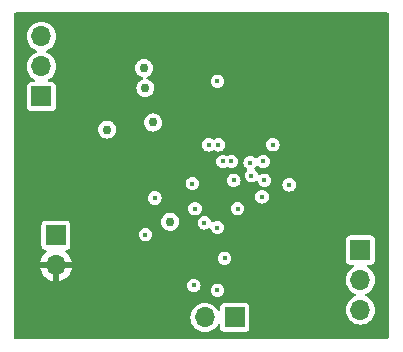
<source format=gbr>
%TF.GenerationSoftware,KiCad,Pcbnew,(6.0.8)*%
%TF.CreationDate,2023-01-31T16:58:12-08:00*%
%TF.ProjectId,Microwave Sensor v2,4d696372-6f77-4617-9665-2053656e736f,rev?*%
%TF.SameCoordinates,Original*%
%TF.FileFunction,Copper,L2,Inr*%
%TF.FilePolarity,Positive*%
%FSLAX46Y46*%
G04 Gerber Fmt 4.6, Leading zero omitted, Abs format (unit mm)*
G04 Created by KiCad (PCBNEW (6.0.8)) date 2023-01-31 16:58:12*
%MOMM*%
%LPD*%
G01*
G04 APERTURE LIST*
%TA.AperFunction,ComponentPad*%
%ADD10R,1.700000X1.700000*%
%TD*%
%TA.AperFunction,ComponentPad*%
%ADD11O,1.700000X1.700000*%
%TD*%
%TA.AperFunction,ViaPad*%
%ADD12C,0.381000*%
%TD*%
%TA.AperFunction,ViaPad*%
%ADD13C,0.762000*%
%TD*%
G04 APERTURE END LIST*
D10*
%TO.N,Net-(J4-Pad1)*%
%TO.C,J4*%
X140475000Y-105700000D03*
D11*
%TO.N,Net-(J4-Pad2)*%
X137935000Y-105700000D03*
%TD*%
D10*
%TO.N,Net-(IC2-Pad5)*%
%TO.C,J2*%
X124100000Y-87000000D03*
D11*
%TO.N,Net-(IC2-Pad6)*%
X124100000Y-84460000D03*
%TO.N,Net-(IC2-Pad7)*%
X124100000Y-81920000D03*
%TD*%
D10*
%TO.N,Net-(J3-Pad1)*%
%TO.C,J3*%
X151100000Y-100000000D03*
D11*
%TO.N,Net-(J3-Pad2)*%
X151100000Y-102540000D03*
%TO.N,Net-(J3-Pad3)*%
X151100000Y-105080000D03*
%TD*%
D10*
%TO.N,Net-(FB1-Pad1)*%
%TO.C,J1*%
X125325000Y-98750000D03*
D11*
%TO.N,GND*%
X125325000Y-101290000D03*
%TD*%
D12*
%TO.N,*%
X132900000Y-98700000D03*
%TO.N,GND*%
X137200000Y-93000000D03*
X139600000Y-81683750D03*
X144976859Y-92975000D03*
X137300000Y-91200000D03*
X143975000Y-95500000D03*
X135300000Y-89200000D03*
X145376859Y-93575000D03*
X142975000Y-104100000D03*
X142300000Y-96800000D03*
X133900000Y-99900000D03*
X148575000Y-98900000D03*
X132600000Y-101300000D03*
D13*
X135262000Y-82200000D03*
D12*
X139500000Y-97300000D03*
X137476859Y-95375000D03*
X129800000Y-94500000D03*
X132800000Y-99700000D03*
D13*
X129362000Y-82200000D03*
D12*
X145875000Y-100300000D03*
X147776859Y-95575000D03*
X141200000Y-95500000D03*
X141800000Y-87700000D03*
D13*
X135600000Y-93000000D03*
D12*
X137100000Y-93500000D03*
X144876859Y-91175000D03*
X144876859Y-95375000D03*
X146100000Y-88100000D03*
D13*
X131300000Y-92700000D03*
X135500000Y-101600000D03*
D12*
X132876859Y-94375000D03*
X143200000Y-86100000D03*
X139375000Y-93500000D03*
X145076859Y-92175000D03*
X131200000Y-94500000D03*
D13*
%TO.N,/VinF*%
X129662000Y-89800000D03*
D12*
%TO.N,/Vdd*%
X133700000Y-95600000D03*
X143676859Y-91075000D03*
X142975000Y-94100000D03*
X136876859Y-94375000D03*
X139000000Y-98100000D03*
X139000000Y-103400000D03*
X145076859Y-94475000D03*
D13*
X133562000Y-89200000D03*
D12*
X140375000Y-94100000D03*
D13*
X135000000Y-97600000D03*
D12*
%TO.N,Net-(C12-Pad1)*%
X141775000Y-92600000D03*
%TO.N,/IFQAI*%
X142875000Y-92500000D03*
D13*
%TO.N,Net-(IC2-Pad12)*%
X132800000Y-84600000D03*
D12*
X139075000Y-91100000D03*
%TO.N,Net-(J3-Pad1)*%
X142775000Y-95500000D03*
%TO.N,Net-(IC2-Pad11)*%
X139475000Y-92500000D03*
X139000000Y-85700000D03*
%TO.N,Net-(IC2-Pad10)*%
X140175000Y-92500000D03*
%TO.N,Net-(J3-Pad2)*%
X141875000Y-93700000D03*
%TO.N,Net-(J3-Pad3)*%
X140700000Y-96500000D03*
%TO.N,Net-(J4-Pad2)*%
X137900000Y-97700000D03*
%TO.N,Net-(R9-Pad2)*%
X137100000Y-96500000D03*
X137000000Y-103000000D03*
%TO.N,Net-(R10-Pad1)*%
X139600000Y-100700000D03*
%TO.N,Net-(TP4-Pad1)*%
X138275000Y-91100000D03*
D13*
X132900000Y-86300000D03*
%TD*%
%TA.AperFunction,Conductor*%
%TO.N,GND*%
G36*
X153440621Y-79901502D02*
G01*
X153487114Y-79955158D01*
X153498500Y-80007500D01*
X153498500Y-107416500D01*
X153478498Y-107484621D01*
X153424842Y-107531114D01*
X153372500Y-107542500D01*
X121907500Y-107542500D01*
X121839379Y-107522498D01*
X121792886Y-107468842D01*
X121781500Y-107416500D01*
X121781500Y-105700000D01*
X136698796Y-105700000D01*
X136717577Y-105914665D01*
X136773348Y-106122807D01*
X136775670Y-106127787D01*
X136775671Y-106127789D01*
X136862090Y-106313115D01*
X136862093Y-106313120D01*
X136864416Y-106318102D01*
X136867570Y-106322606D01*
X136867573Y-106322611D01*
X136904466Y-106375299D01*
X136988013Y-106494617D01*
X137140383Y-106646987D01*
X137144891Y-106650144D01*
X137144894Y-106650146D01*
X137310070Y-106765803D01*
X137316898Y-106770584D01*
X137321880Y-106772907D01*
X137321885Y-106772910D01*
X137503336Y-106857522D01*
X137512193Y-106861652D01*
X137517501Y-106863074D01*
X137517503Y-106863075D01*
X137715020Y-106915999D01*
X137715022Y-106915999D01*
X137720335Y-106917423D01*
X137935000Y-106936204D01*
X138149665Y-106917423D01*
X138154978Y-106915999D01*
X138154980Y-106915999D01*
X138352497Y-106863075D01*
X138352499Y-106863074D01*
X138357807Y-106861652D01*
X138366664Y-106857522D01*
X138548115Y-106772910D01*
X138548120Y-106772907D01*
X138553102Y-106770584D01*
X138559930Y-106765803D01*
X138725106Y-106650146D01*
X138725109Y-106650144D01*
X138729617Y-106646987D01*
X138881987Y-106494617D01*
X139005584Y-106318102D01*
X139007908Y-106313118D01*
X139008381Y-106312299D01*
X139059764Y-106263306D01*
X139129477Y-106249870D01*
X139195388Y-106276256D01*
X139236570Y-106334089D01*
X139243500Y-106375299D01*
X139243500Y-106586158D01*
X139244170Y-106590706D01*
X139244170Y-106590713D01*
X139253112Y-106651459D01*
X139254538Y-106661144D01*
X139310513Y-106775151D01*
X139400399Y-106864880D01*
X139514503Y-106920655D01*
X139547284Y-106925437D01*
X139584316Y-106930840D01*
X139584320Y-106930840D01*
X139588842Y-106931500D01*
X141361158Y-106931500D01*
X141365706Y-106930830D01*
X141365713Y-106930830D01*
X141426459Y-106921888D01*
X141426461Y-106921887D01*
X141436144Y-106920462D01*
X141445234Y-106915999D01*
X141540803Y-106869077D01*
X141540804Y-106869076D01*
X141550151Y-106864487D01*
X141639880Y-106774601D01*
X141695655Y-106660497D01*
X141700437Y-106627716D01*
X141705840Y-106590684D01*
X141705840Y-106590680D01*
X141706500Y-106586158D01*
X141706500Y-105080000D01*
X149863796Y-105080000D01*
X149882577Y-105294665D01*
X149938348Y-105502807D01*
X149940670Y-105507787D01*
X149940671Y-105507789D01*
X150027090Y-105693115D01*
X150027093Y-105693120D01*
X150029416Y-105698102D01*
X150032572Y-105702609D01*
X150032573Y-105702611D01*
X150034579Y-105705475D01*
X150153013Y-105874617D01*
X150305383Y-106026987D01*
X150309891Y-106030144D01*
X150309894Y-106030146D01*
X150442228Y-106122807D01*
X150481898Y-106150584D01*
X150486880Y-106152907D01*
X150486885Y-106152910D01*
X150672211Y-106239329D01*
X150677193Y-106241652D01*
X150682501Y-106243074D01*
X150682503Y-106243075D01*
X150880020Y-106295999D01*
X150880022Y-106295999D01*
X150885335Y-106297423D01*
X151100000Y-106316204D01*
X151314665Y-106297423D01*
X151319978Y-106295999D01*
X151319980Y-106295999D01*
X151517497Y-106243075D01*
X151517499Y-106243074D01*
X151522807Y-106241652D01*
X151527789Y-106239329D01*
X151713115Y-106152910D01*
X151713120Y-106152907D01*
X151718102Y-106150584D01*
X151757772Y-106122807D01*
X151890106Y-106030146D01*
X151890109Y-106030144D01*
X151894617Y-106026987D01*
X152046987Y-105874617D01*
X152165422Y-105705475D01*
X152167427Y-105702611D01*
X152167428Y-105702609D01*
X152170584Y-105698102D01*
X152172907Y-105693120D01*
X152172910Y-105693115D01*
X152259329Y-105507789D01*
X152259330Y-105507787D01*
X152261652Y-105502807D01*
X152317423Y-105294665D01*
X152336204Y-105080000D01*
X152317423Y-104865335D01*
X152286480Y-104749854D01*
X152263075Y-104662503D01*
X152263074Y-104662501D01*
X152261652Y-104657193D01*
X152259329Y-104652211D01*
X152172910Y-104466885D01*
X152172907Y-104466880D01*
X152170584Y-104461898D01*
X152046987Y-104285383D01*
X151894617Y-104133013D01*
X151890109Y-104129856D01*
X151890106Y-104129854D01*
X151722611Y-104012573D01*
X151722609Y-104012572D01*
X151718102Y-104009416D01*
X151713120Y-104007093D01*
X151713115Y-104007090D01*
X151535346Y-103924195D01*
X151482061Y-103877277D01*
X151462600Y-103809000D01*
X151483142Y-103741040D01*
X151535346Y-103695805D01*
X151713115Y-103612910D01*
X151713120Y-103612907D01*
X151718102Y-103610584D01*
X151722611Y-103607427D01*
X151890106Y-103490146D01*
X151890109Y-103490144D01*
X151894617Y-103486987D01*
X152046987Y-103334617D01*
X152074713Y-103295021D01*
X152167427Y-103162611D01*
X152167428Y-103162609D01*
X152170584Y-103158102D01*
X152172907Y-103153120D01*
X152172910Y-103153115D01*
X152259329Y-102967789D01*
X152259330Y-102967787D01*
X152261652Y-102962807D01*
X152279232Y-102897199D01*
X152315999Y-102759980D01*
X152315999Y-102759978D01*
X152317423Y-102754665D01*
X152336204Y-102540000D01*
X152317423Y-102325335D01*
X152301761Y-102266883D01*
X152263075Y-102122503D01*
X152263074Y-102122501D01*
X152261652Y-102117193D01*
X152201027Y-101987183D01*
X152172910Y-101926885D01*
X152172907Y-101926880D01*
X152170584Y-101921898D01*
X152167427Y-101917389D01*
X152050146Y-101749894D01*
X152050144Y-101749891D01*
X152046987Y-101745383D01*
X151894617Y-101593013D01*
X151890109Y-101589856D01*
X151890106Y-101589854D01*
X151722606Y-101472570D01*
X151718102Y-101469416D01*
X151713118Y-101467092D01*
X151712299Y-101466619D01*
X151663306Y-101415236D01*
X151649870Y-101345523D01*
X151676256Y-101279612D01*
X151734089Y-101238430D01*
X151775299Y-101231500D01*
X151986158Y-101231500D01*
X151990706Y-101230830D01*
X151990713Y-101230830D01*
X152051459Y-101221888D01*
X152051461Y-101221887D01*
X152061144Y-101220462D01*
X152069933Y-101216147D01*
X152165803Y-101169077D01*
X152165804Y-101169076D01*
X152175151Y-101164487D01*
X152264880Y-101074601D01*
X152283749Y-101036000D01*
X152303779Y-100995021D01*
X152320655Y-100960497D01*
X152325437Y-100927716D01*
X152330840Y-100890684D01*
X152330840Y-100890680D01*
X152331500Y-100886158D01*
X152331500Y-99113842D01*
X152330634Y-99107955D01*
X152321888Y-99048541D01*
X152321887Y-99048539D01*
X152320462Y-99038856D01*
X152295723Y-98988468D01*
X152269077Y-98934197D01*
X152269076Y-98934196D01*
X152264487Y-98924849D01*
X152174601Y-98835120D01*
X152060497Y-98779345D01*
X152027716Y-98774563D01*
X151990684Y-98769160D01*
X151990680Y-98769160D01*
X151986158Y-98768500D01*
X150213842Y-98768500D01*
X150209294Y-98769170D01*
X150209287Y-98769170D01*
X150148541Y-98778112D01*
X150148539Y-98778113D01*
X150138856Y-98779538D01*
X150130068Y-98783853D01*
X150130067Y-98783853D01*
X150034197Y-98830923D01*
X150034196Y-98830924D01*
X150024849Y-98835513D01*
X149935120Y-98925399D01*
X149879345Y-99039503D01*
X149877933Y-99049183D01*
X149869165Y-99109287D01*
X149868500Y-99113842D01*
X149868500Y-100886158D01*
X149869170Y-100890706D01*
X149869170Y-100890713D01*
X149878112Y-100951459D01*
X149879538Y-100961144D01*
X149883853Y-100969932D01*
X149883853Y-100969933D01*
X149916291Y-101036000D01*
X149935513Y-101075151D01*
X150025399Y-101164880D01*
X150139503Y-101220655D01*
X150172284Y-101225437D01*
X150209316Y-101230840D01*
X150209320Y-101230840D01*
X150213842Y-101231500D01*
X150424701Y-101231500D01*
X150492822Y-101251502D01*
X150539315Y-101305158D01*
X150549419Y-101375432D01*
X150519925Y-101440012D01*
X150487701Y-101466619D01*
X150486882Y-101467092D01*
X150481898Y-101469416D01*
X150477394Y-101472570D01*
X150309894Y-101589854D01*
X150309891Y-101589856D01*
X150305383Y-101593013D01*
X150153013Y-101745383D01*
X150149856Y-101749891D01*
X150149854Y-101749894D01*
X150032573Y-101917389D01*
X150029416Y-101921898D01*
X150027093Y-101926880D01*
X150027090Y-101926885D01*
X149998973Y-101987183D01*
X149938348Y-102117193D01*
X149936926Y-102122501D01*
X149936925Y-102122503D01*
X149898239Y-102266883D01*
X149882577Y-102325335D01*
X149863796Y-102540000D01*
X149882577Y-102754665D01*
X149884001Y-102759978D01*
X149884001Y-102759980D01*
X149920769Y-102897199D01*
X149938348Y-102962807D01*
X149940670Y-102967787D01*
X149940671Y-102967789D01*
X150027090Y-103153115D01*
X150027093Y-103153120D01*
X150029416Y-103158102D01*
X150032572Y-103162609D01*
X150032573Y-103162611D01*
X150125288Y-103295021D01*
X150153013Y-103334617D01*
X150305383Y-103486987D01*
X150309891Y-103490144D01*
X150309894Y-103490146D01*
X150477389Y-103607427D01*
X150481898Y-103610584D01*
X150486880Y-103612907D01*
X150486885Y-103612910D01*
X150664654Y-103695805D01*
X150717939Y-103742723D01*
X150737400Y-103811000D01*
X150716858Y-103878960D01*
X150664654Y-103924195D01*
X150486885Y-104007090D01*
X150486880Y-104007093D01*
X150481898Y-104009416D01*
X150477391Y-104012572D01*
X150477389Y-104012573D01*
X150309894Y-104129854D01*
X150309891Y-104129856D01*
X150305383Y-104133013D01*
X150153013Y-104285383D01*
X150029416Y-104461898D01*
X150027093Y-104466880D01*
X150027090Y-104466885D01*
X149940671Y-104652211D01*
X149938348Y-104657193D01*
X149936926Y-104662501D01*
X149936925Y-104662503D01*
X149913520Y-104749854D01*
X149882577Y-104865335D01*
X149863796Y-105080000D01*
X141706500Y-105080000D01*
X141706500Y-104813842D01*
X141696983Y-104749183D01*
X141696888Y-104748541D01*
X141696887Y-104748539D01*
X141695462Y-104738856D01*
X141691147Y-104730067D01*
X141644077Y-104634197D01*
X141644076Y-104634196D01*
X141639487Y-104624849D01*
X141549601Y-104535120D01*
X141435497Y-104479345D01*
X141402716Y-104474563D01*
X141365684Y-104469160D01*
X141365680Y-104469160D01*
X141361158Y-104468500D01*
X139588842Y-104468500D01*
X139584294Y-104469170D01*
X139584287Y-104469170D01*
X139523541Y-104478112D01*
X139523539Y-104478113D01*
X139513856Y-104479538D01*
X139505068Y-104483853D01*
X139505067Y-104483853D01*
X139409197Y-104530923D01*
X139409196Y-104530924D01*
X139399849Y-104535513D01*
X139310120Y-104625399D01*
X139254345Y-104739503D01*
X139252933Y-104749183D01*
X139244165Y-104809287D01*
X139243500Y-104813842D01*
X139243500Y-105024701D01*
X139223498Y-105092822D01*
X139169842Y-105139315D01*
X139099568Y-105149419D01*
X139034988Y-105119925D01*
X139008381Y-105087701D01*
X139007908Y-105086882D01*
X139005584Y-105081898D01*
X138881987Y-104905383D01*
X138729617Y-104753013D01*
X138725109Y-104749856D01*
X138725106Y-104749854D01*
X138557611Y-104632573D01*
X138557609Y-104632572D01*
X138553102Y-104629416D01*
X138548120Y-104627093D01*
X138548115Y-104627090D01*
X138362789Y-104540671D01*
X138362787Y-104540670D01*
X138357807Y-104538348D01*
X138352499Y-104536926D01*
X138352497Y-104536925D01*
X138154980Y-104484001D01*
X138154978Y-104484001D01*
X138149665Y-104482577D01*
X137935000Y-104463796D01*
X137720335Y-104482577D01*
X137715022Y-104484001D01*
X137715020Y-104484001D01*
X137517503Y-104536925D01*
X137517501Y-104536926D01*
X137512193Y-104538348D01*
X137507213Y-104540670D01*
X137507211Y-104540671D01*
X137321885Y-104627090D01*
X137321880Y-104627093D01*
X137316898Y-104629416D01*
X137312391Y-104632572D01*
X137312389Y-104632573D01*
X137144894Y-104749854D01*
X137144891Y-104749856D01*
X137140383Y-104753013D01*
X136988013Y-104905383D01*
X136984856Y-104909891D01*
X136984854Y-104909894D01*
X136867573Y-105077389D01*
X136864416Y-105081898D01*
X136862093Y-105086880D01*
X136862090Y-105086885D01*
X136832930Y-105149419D01*
X136773348Y-105277193D01*
X136717577Y-105485335D01*
X136698796Y-105700000D01*
X121781500Y-105700000D01*
X121781500Y-103000000D01*
X136423064Y-103000000D01*
X136442723Y-103149322D01*
X136500359Y-103288468D01*
X136592045Y-103407955D01*
X136711532Y-103499641D01*
X136850678Y-103557277D01*
X137000000Y-103576936D01*
X137149322Y-103557277D01*
X137288468Y-103499641D01*
X137407955Y-103407955D01*
X137414059Y-103400000D01*
X138423064Y-103400000D01*
X138442723Y-103549322D01*
X138500359Y-103688468D01*
X138592045Y-103807955D01*
X138711532Y-103899641D01*
X138850678Y-103957277D01*
X139000000Y-103976936D01*
X139149322Y-103957277D01*
X139288468Y-103899641D01*
X139407955Y-103807955D01*
X139499641Y-103688468D01*
X139557277Y-103549322D01*
X139576936Y-103400000D01*
X139557277Y-103250678D01*
X139499641Y-103111532D01*
X139407955Y-102992045D01*
X139288468Y-102900359D01*
X139149322Y-102842723D01*
X139000000Y-102823064D01*
X138850678Y-102842723D01*
X138711532Y-102900359D01*
X138592045Y-102992045D01*
X138500359Y-103111532D01*
X138442723Y-103250678D01*
X138423064Y-103400000D01*
X137414059Y-103400000D01*
X137499641Y-103288468D01*
X137557277Y-103149322D01*
X137576936Y-103000000D01*
X137557277Y-102850678D01*
X137499641Y-102711532D01*
X137407955Y-102592045D01*
X137288468Y-102500359D01*
X137149322Y-102442723D01*
X137000000Y-102423064D01*
X136850678Y-102442723D01*
X136711532Y-102500359D01*
X136592045Y-102592045D01*
X136500359Y-102711532D01*
X136442723Y-102850678D01*
X136423064Y-103000000D01*
X121781500Y-103000000D01*
X121781500Y-101557966D01*
X123993257Y-101557966D01*
X124023565Y-101692446D01*
X124026645Y-101702275D01*
X124106770Y-101899603D01*
X124111413Y-101908794D01*
X124222694Y-102090388D01*
X124228777Y-102098699D01*
X124368213Y-102259667D01*
X124375580Y-102266883D01*
X124539434Y-102402916D01*
X124547881Y-102408831D01*
X124731756Y-102516279D01*
X124741042Y-102520729D01*
X124940001Y-102596703D01*
X124949899Y-102599579D01*
X125053250Y-102620606D01*
X125067299Y-102619410D01*
X125071000Y-102609065D01*
X125071000Y-102608517D01*
X125579000Y-102608517D01*
X125583064Y-102622359D01*
X125596478Y-102624393D01*
X125603184Y-102623534D01*
X125613262Y-102621392D01*
X125817255Y-102560191D01*
X125826842Y-102556433D01*
X126018095Y-102462739D01*
X126026945Y-102457464D01*
X126200328Y-102333792D01*
X126208200Y-102327139D01*
X126359052Y-102176812D01*
X126365730Y-102168965D01*
X126490003Y-101996020D01*
X126495313Y-101987183D01*
X126589670Y-101796267D01*
X126593469Y-101786672D01*
X126655377Y-101582910D01*
X126657555Y-101572837D01*
X126658986Y-101561962D01*
X126656775Y-101547778D01*
X126643617Y-101544000D01*
X125597115Y-101544000D01*
X125581876Y-101548475D01*
X125580671Y-101549865D01*
X125579000Y-101557548D01*
X125579000Y-102608517D01*
X125071000Y-102608517D01*
X125071000Y-101562115D01*
X125066525Y-101546876D01*
X125065135Y-101545671D01*
X125057452Y-101544000D01*
X124008225Y-101544000D01*
X123994694Y-101547973D01*
X123993257Y-101557966D01*
X121781500Y-101557966D01*
X121781500Y-101024183D01*
X123989389Y-101024183D01*
X123990912Y-101032607D01*
X124003292Y-101036000D01*
X126643344Y-101036000D01*
X126656875Y-101032027D01*
X126658180Y-101022947D01*
X126616214Y-100855875D01*
X126612894Y-100846124D01*
X126549358Y-100700000D01*
X139023064Y-100700000D01*
X139042723Y-100849322D01*
X139100359Y-100988468D01*
X139192045Y-101107955D01*
X139311532Y-101199641D01*
X139450678Y-101257277D01*
X139600000Y-101276936D01*
X139749322Y-101257277D01*
X139888468Y-101199641D01*
X140007955Y-101107955D01*
X140099641Y-100988468D01*
X140157277Y-100849322D01*
X140176936Y-100700000D01*
X140157277Y-100550678D01*
X140099641Y-100411532D01*
X140007955Y-100292045D01*
X139888468Y-100200359D01*
X139749322Y-100142723D01*
X139600000Y-100123064D01*
X139450678Y-100142723D01*
X139311532Y-100200359D01*
X139192045Y-100292045D01*
X139100359Y-100411532D01*
X139042723Y-100550678D01*
X139023064Y-100700000D01*
X126549358Y-100700000D01*
X126527972Y-100650814D01*
X126523105Y-100641739D01*
X126407426Y-100462926D01*
X126401136Y-100454757D01*
X126257806Y-100297240D01*
X126250273Y-100290216D01*
X126143183Y-100205642D01*
X126102120Y-100147726D01*
X126098888Y-100076803D01*
X126134513Y-100015391D01*
X126197684Y-99982988D01*
X126209005Y-99981500D01*
X126211158Y-99981500D01*
X126215703Y-99980831D01*
X126276459Y-99971888D01*
X126276461Y-99971887D01*
X126286144Y-99970462D01*
X126294933Y-99966147D01*
X126390803Y-99919077D01*
X126390804Y-99919076D01*
X126400151Y-99914487D01*
X126489880Y-99824601D01*
X126545655Y-99710497D01*
X126550437Y-99677716D01*
X126555840Y-99640684D01*
X126555840Y-99640680D01*
X126556500Y-99636158D01*
X126556500Y-98700000D01*
X132323064Y-98700000D01*
X132342723Y-98849322D01*
X132400359Y-98988468D01*
X132492045Y-99107955D01*
X132611532Y-99199641D01*
X132750678Y-99257277D01*
X132900000Y-99276936D01*
X133049322Y-99257277D01*
X133188468Y-99199641D01*
X133307955Y-99107955D01*
X133399641Y-98988468D01*
X133457277Y-98849322D01*
X133476936Y-98700000D01*
X133457277Y-98550678D01*
X133399641Y-98411532D01*
X133307955Y-98292045D01*
X133188468Y-98200359D01*
X133049322Y-98142723D01*
X132900000Y-98123064D01*
X132750678Y-98142723D01*
X132611532Y-98200359D01*
X132492045Y-98292045D01*
X132400359Y-98411532D01*
X132342723Y-98550678D01*
X132323064Y-98700000D01*
X126556500Y-98700000D01*
X126556500Y-97863842D01*
X126553158Y-97841133D01*
X126546888Y-97798541D01*
X126546887Y-97798539D01*
X126545462Y-97788856D01*
X126497930Y-97692045D01*
X126494077Y-97684197D01*
X126494076Y-97684196D01*
X126489487Y-97674849D01*
X126432002Y-97617464D01*
X126406972Y-97592478D01*
X126403774Y-97589286D01*
X134232750Y-97589286D01*
X134249443Y-97759536D01*
X134303440Y-97921856D01*
X134307087Y-97927878D01*
X134307088Y-97927880D01*
X134388406Y-98062154D01*
X134388409Y-98062157D01*
X134392056Y-98068180D01*
X134510889Y-98191234D01*
X134575319Y-98233396D01*
X134640208Y-98275858D01*
X134654030Y-98284903D01*
X134660634Y-98287359D01*
X134660636Y-98287360D01*
X134807757Y-98342074D01*
X134807759Y-98342074D01*
X134814367Y-98344532D01*
X134893454Y-98355085D01*
X134976949Y-98366226D01*
X134976953Y-98366226D01*
X134983930Y-98367157D01*
X134990941Y-98366519D01*
X134990945Y-98366519D01*
X135147273Y-98352292D01*
X135147275Y-98352292D01*
X135154292Y-98351653D01*
X135160990Y-98349477D01*
X135160993Y-98349476D01*
X135310289Y-98300966D01*
X135310291Y-98300965D01*
X135316985Y-98298790D01*
X135386624Y-98257277D01*
X135457872Y-98214805D01*
X135457874Y-98214804D01*
X135463924Y-98211197D01*
X135587805Y-98093227D01*
X135601079Y-98073249D01*
X135653053Y-97995021D01*
X135682471Y-97950743D01*
X135732454Y-97819162D01*
X135740718Y-97797408D01*
X135740719Y-97797406D01*
X135743218Y-97790826D01*
X135755983Y-97700000D01*
X137323064Y-97700000D01*
X137342723Y-97849322D01*
X137400359Y-97988468D01*
X137492045Y-98107955D01*
X137611532Y-98199641D01*
X137750678Y-98257277D01*
X137900000Y-98276936D01*
X138049322Y-98257277D01*
X138188468Y-98199641D01*
X138240314Y-98159858D01*
X138306534Y-98134257D01*
X138376083Y-98148522D01*
X138426879Y-98198123D01*
X138438619Y-98233396D01*
X138439508Y-98233158D01*
X138441645Y-98241132D01*
X138442723Y-98249322D01*
X138500359Y-98388468D01*
X138592045Y-98507955D01*
X138711532Y-98599641D01*
X138850678Y-98657277D01*
X139000000Y-98676936D01*
X139149322Y-98657277D01*
X139288468Y-98599641D01*
X139407955Y-98507955D01*
X139499641Y-98388468D01*
X139557277Y-98249322D01*
X139576936Y-98100000D01*
X139557277Y-97950678D01*
X139499641Y-97811532D01*
X139407955Y-97692045D01*
X139288468Y-97600359D01*
X139149322Y-97542723D01*
X139000000Y-97523064D01*
X138850678Y-97542723D01*
X138711532Y-97600359D01*
X138660252Y-97639708D01*
X138659686Y-97640142D01*
X138593466Y-97665743D01*
X138523917Y-97651478D01*
X138473121Y-97601877D01*
X138461381Y-97566604D01*
X138460492Y-97566842D01*
X138458355Y-97558867D01*
X138457277Y-97550678D01*
X138399641Y-97411532D01*
X138307955Y-97292045D01*
X138188468Y-97200359D01*
X138049322Y-97142723D01*
X137900000Y-97123064D01*
X137750678Y-97142723D01*
X137611532Y-97200359D01*
X137492045Y-97292045D01*
X137400359Y-97411532D01*
X137342723Y-97550678D01*
X137323064Y-97700000D01*
X135755983Y-97700000D01*
X135766475Y-97625347D01*
X135766475Y-97625344D01*
X135767026Y-97621425D01*
X135767325Y-97600000D01*
X135748256Y-97430000D01*
X135702497Y-97298595D01*
X135694314Y-97275097D01*
X135694313Y-97275095D01*
X135691999Y-97268450D01*
X135647477Y-97197199D01*
X135605081Y-97129352D01*
X135601348Y-97123378D01*
X135588159Y-97110096D01*
X135485772Y-97006992D01*
X135480809Y-97001994D01*
X135415539Y-96960573D01*
X135342316Y-96914104D01*
X135342313Y-96914102D01*
X135336373Y-96910333D01*
X135329695Y-96907955D01*
X135181854Y-96855311D01*
X135181849Y-96855310D01*
X135175219Y-96852949D01*
X135168231Y-96852116D01*
X135168228Y-96852115D01*
X135052655Y-96838334D01*
X135005357Y-96832694D01*
X134998354Y-96833430D01*
X134998353Y-96833430D01*
X134953958Y-96838096D01*
X134835228Y-96850575D01*
X134825071Y-96854033D01*
X134679956Y-96903434D01*
X134679953Y-96903435D01*
X134673289Y-96905704D01*
X134527588Y-96995340D01*
X134522557Y-97000267D01*
X134522554Y-97000269D01*
X134515689Y-97006992D01*
X134405366Y-97115028D01*
X134401547Y-97120953D01*
X134401546Y-97120955D01*
X134359032Y-97186924D01*
X134312698Y-97258820D01*
X134310287Y-97265443D01*
X134310286Y-97265446D01*
X134256600Y-97412947D01*
X134256599Y-97412952D01*
X134254190Y-97419570D01*
X134232750Y-97589286D01*
X126403774Y-97589286D01*
X126399601Y-97585120D01*
X126285497Y-97529345D01*
X126242443Y-97523064D01*
X126215684Y-97519160D01*
X126215680Y-97519160D01*
X126211158Y-97518500D01*
X124438842Y-97518500D01*
X124434294Y-97519170D01*
X124434287Y-97519170D01*
X124373541Y-97528112D01*
X124373539Y-97528113D01*
X124363856Y-97529538D01*
X124355068Y-97533853D01*
X124355067Y-97533853D01*
X124259197Y-97580923D01*
X124259196Y-97580924D01*
X124249849Y-97585513D01*
X124160120Y-97675399D01*
X124155547Y-97684755D01*
X124155546Y-97684756D01*
X124148095Y-97700000D01*
X124104345Y-97789503D01*
X124102933Y-97799183D01*
X124094165Y-97859287D01*
X124093500Y-97863842D01*
X124093500Y-99636158D01*
X124094170Y-99640706D01*
X124094170Y-99640713D01*
X124103112Y-99701459D01*
X124104538Y-99711144D01*
X124160513Y-99825151D01*
X124250399Y-99914880D01*
X124364503Y-99970655D01*
X124397284Y-99975437D01*
X124434316Y-99980840D01*
X124434320Y-99980840D01*
X124438842Y-99981500D01*
X124439272Y-99981500D01*
X124504769Y-100006007D01*
X124547257Y-100062887D01*
X124552249Y-100133708D01*
X124518159Y-100195985D01*
X124504809Y-100207557D01*
X124424433Y-100267905D01*
X124416726Y-100274748D01*
X124269590Y-100428717D01*
X124263104Y-100436727D01*
X124143098Y-100612649D01*
X124138000Y-100621623D01*
X124048338Y-100814783D01*
X124044775Y-100824470D01*
X123989389Y-101024183D01*
X121781500Y-101024183D01*
X121781500Y-96500000D01*
X136523064Y-96500000D01*
X136542723Y-96649322D01*
X136600359Y-96788468D01*
X136692045Y-96907955D01*
X136811532Y-96999641D01*
X136950678Y-97057277D01*
X137100000Y-97076936D01*
X137249322Y-97057277D01*
X137388468Y-96999641D01*
X137507955Y-96907955D01*
X137599641Y-96788468D01*
X137657277Y-96649322D01*
X137676936Y-96500000D01*
X140123064Y-96500000D01*
X140142723Y-96649322D01*
X140200359Y-96788468D01*
X140292045Y-96907955D01*
X140411532Y-96999641D01*
X140550678Y-97057277D01*
X140700000Y-97076936D01*
X140849322Y-97057277D01*
X140988468Y-96999641D01*
X141107955Y-96907955D01*
X141199641Y-96788468D01*
X141257277Y-96649322D01*
X141276936Y-96500000D01*
X141257277Y-96350678D01*
X141199641Y-96211532D01*
X141107955Y-96092045D01*
X140988468Y-96000359D01*
X140849322Y-95942723D01*
X140700000Y-95923064D01*
X140550678Y-95942723D01*
X140411532Y-96000359D01*
X140292045Y-96092045D01*
X140200359Y-96211532D01*
X140142723Y-96350678D01*
X140123064Y-96500000D01*
X137676936Y-96500000D01*
X137657277Y-96350678D01*
X137599641Y-96211532D01*
X137507955Y-96092045D01*
X137388468Y-96000359D01*
X137249322Y-95942723D01*
X137100000Y-95923064D01*
X136950678Y-95942723D01*
X136811532Y-96000359D01*
X136692045Y-96092045D01*
X136600359Y-96211532D01*
X136542723Y-96350678D01*
X136523064Y-96500000D01*
X121781500Y-96500000D01*
X121781500Y-95600000D01*
X133123064Y-95600000D01*
X133142723Y-95749322D01*
X133200359Y-95888468D01*
X133292045Y-96007955D01*
X133411532Y-96099641D01*
X133550678Y-96157277D01*
X133700000Y-96176936D01*
X133849322Y-96157277D01*
X133988468Y-96099641D01*
X134107955Y-96007955D01*
X134199641Y-95888468D01*
X134257277Y-95749322D01*
X134276936Y-95600000D01*
X134263770Y-95500000D01*
X142198064Y-95500000D01*
X142217723Y-95649322D01*
X142275359Y-95788468D01*
X142367045Y-95907955D01*
X142486532Y-95999641D01*
X142625678Y-96057277D01*
X142775000Y-96076936D01*
X142924322Y-96057277D01*
X143063468Y-95999641D01*
X143182955Y-95907955D01*
X143274641Y-95788468D01*
X143332277Y-95649322D01*
X143351936Y-95500000D01*
X143332277Y-95350678D01*
X143274641Y-95211532D01*
X143182955Y-95092045D01*
X143063468Y-95000359D01*
X142924322Y-94942723D01*
X142775000Y-94923064D01*
X142625678Y-94942723D01*
X142486532Y-95000359D01*
X142367045Y-95092045D01*
X142275359Y-95211532D01*
X142217723Y-95350678D01*
X142198064Y-95500000D01*
X134263770Y-95500000D01*
X134257277Y-95450678D01*
X134199641Y-95311532D01*
X134107955Y-95192045D01*
X133988468Y-95100359D01*
X133849322Y-95042723D01*
X133700000Y-95023064D01*
X133550678Y-95042723D01*
X133411532Y-95100359D01*
X133292045Y-95192045D01*
X133200359Y-95311532D01*
X133142723Y-95450678D01*
X133123064Y-95600000D01*
X121781500Y-95600000D01*
X121781500Y-94375000D01*
X136299923Y-94375000D01*
X136319582Y-94524322D01*
X136377218Y-94663468D01*
X136468904Y-94782955D01*
X136588391Y-94874641D01*
X136727537Y-94932277D01*
X136876859Y-94951936D01*
X137026181Y-94932277D01*
X137165327Y-94874641D01*
X137284814Y-94782955D01*
X137376500Y-94663468D01*
X137434136Y-94524322D01*
X137453795Y-94375000D01*
X137434136Y-94225678D01*
X137382079Y-94100000D01*
X139798064Y-94100000D01*
X139817723Y-94249322D01*
X139875359Y-94388468D01*
X139967045Y-94507955D01*
X140086532Y-94599641D01*
X140225678Y-94657277D01*
X140375000Y-94676936D01*
X140524322Y-94657277D01*
X140663468Y-94599641D01*
X140782955Y-94507955D01*
X140874641Y-94388468D01*
X140932277Y-94249322D01*
X140951936Y-94100000D01*
X140932277Y-93950678D01*
X140874641Y-93811532D01*
X140782955Y-93692045D01*
X140663468Y-93600359D01*
X140524322Y-93542723D01*
X140375000Y-93523064D01*
X140225678Y-93542723D01*
X140086532Y-93600359D01*
X139967045Y-93692045D01*
X139875359Y-93811532D01*
X139817723Y-93950678D01*
X139798064Y-94100000D01*
X137382079Y-94100000D01*
X137376500Y-94086532D01*
X137284814Y-93967045D01*
X137165327Y-93875359D01*
X137026181Y-93817723D01*
X136876859Y-93798064D01*
X136727537Y-93817723D01*
X136588391Y-93875359D01*
X136468904Y-93967045D01*
X136377218Y-94086532D01*
X136319582Y-94225678D01*
X136299923Y-94375000D01*
X121781500Y-94375000D01*
X121781500Y-92500000D01*
X138898064Y-92500000D01*
X138917723Y-92649322D01*
X138975359Y-92788468D01*
X139067045Y-92907955D01*
X139186532Y-92999641D01*
X139325678Y-93057277D01*
X139475000Y-93076936D01*
X139624322Y-93057277D01*
X139763468Y-92999641D01*
X139764904Y-92998539D01*
X139830994Y-92982506D01*
X139884783Y-92998299D01*
X139886532Y-92999641D01*
X140025678Y-93057277D01*
X140175000Y-93076936D01*
X140324322Y-93057277D01*
X140463468Y-92999641D01*
X140582955Y-92907955D01*
X140674641Y-92788468D01*
X140732277Y-92649322D01*
X140738770Y-92600000D01*
X141198064Y-92600000D01*
X141217723Y-92749322D01*
X141275359Y-92888468D01*
X141367045Y-93007955D01*
X141465348Y-93083386D01*
X141471889Y-93088405D01*
X141513756Y-93145743D01*
X141517977Y-93216614D01*
X141483212Y-93278517D01*
X141474860Y-93285754D01*
X141473595Y-93287019D01*
X141467045Y-93292045D01*
X141375359Y-93411532D01*
X141317723Y-93550678D01*
X141298064Y-93700000D01*
X141317723Y-93849322D01*
X141375359Y-93988468D01*
X141467045Y-94107955D01*
X141586532Y-94199641D01*
X141725678Y-94257277D01*
X141875000Y-94276936D01*
X142024322Y-94257277D01*
X142163468Y-94199641D01*
X142215314Y-94159858D01*
X142281534Y-94134257D01*
X142351083Y-94148522D01*
X142401879Y-94198123D01*
X142413619Y-94233396D01*
X142414508Y-94233158D01*
X142416645Y-94241132D01*
X142417723Y-94249322D01*
X142475359Y-94388468D01*
X142567045Y-94507955D01*
X142686532Y-94599641D01*
X142825678Y-94657277D01*
X142975000Y-94676936D01*
X143124322Y-94657277D01*
X143263468Y-94599641D01*
X143382955Y-94507955D01*
X143408242Y-94475000D01*
X144499923Y-94475000D01*
X144519582Y-94624322D01*
X144577218Y-94763468D01*
X144668904Y-94882955D01*
X144788391Y-94974641D01*
X144927537Y-95032277D01*
X145076859Y-95051936D01*
X145226181Y-95032277D01*
X145365327Y-94974641D01*
X145484814Y-94882955D01*
X145576500Y-94763468D01*
X145634136Y-94624322D01*
X145653795Y-94475000D01*
X145634136Y-94325678D01*
X145576500Y-94186532D01*
X145484814Y-94067045D01*
X145365327Y-93975359D01*
X145226181Y-93917723D01*
X145076859Y-93898064D01*
X144927537Y-93917723D01*
X144788391Y-93975359D01*
X144668904Y-94067045D01*
X144577218Y-94186532D01*
X144519582Y-94325678D01*
X144499923Y-94475000D01*
X143408242Y-94475000D01*
X143474641Y-94388468D01*
X143532277Y-94249322D01*
X143551936Y-94100000D01*
X143532277Y-93950678D01*
X143474641Y-93811532D01*
X143382955Y-93692045D01*
X143263468Y-93600359D01*
X143124322Y-93542723D01*
X142975000Y-93523064D01*
X142825678Y-93542723D01*
X142686532Y-93600359D01*
X142635252Y-93639708D01*
X142634686Y-93640142D01*
X142568466Y-93665743D01*
X142498917Y-93651478D01*
X142448121Y-93601877D01*
X142436381Y-93566604D01*
X142435492Y-93566842D01*
X142433355Y-93558867D01*
X142432277Y-93550678D01*
X142374641Y-93411532D01*
X142282955Y-93292045D01*
X142178111Y-93211595D01*
X142136244Y-93154257D01*
X142132023Y-93083386D01*
X142166788Y-93021483D01*
X142175140Y-93014246D01*
X142176405Y-93012981D01*
X142182955Y-93007955D01*
X142263405Y-92903111D01*
X142320743Y-92861244D01*
X142391614Y-92857023D01*
X142453517Y-92891788D01*
X142460754Y-92900140D01*
X142462019Y-92901405D01*
X142467045Y-92907955D01*
X142586532Y-92999641D01*
X142725678Y-93057277D01*
X142875000Y-93076936D01*
X143024322Y-93057277D01*
X143163468Y-92999641D01*
X143282955Y-92907955D01*
X143374641Y-92788468D01*
X143432277Y-92649322D01*
X143451936Y-92500000D01*
X143432277Y-92350678D01*
X143374641Y-92211532D01*
X143282955Y-92092045D01*
X143163468Y-92000359D01*
X143024322Y-91942723D01*
X142875000Y-91923064D01*
X142725678Y-91942723D01*
X142586532Y-92000359D01*
X142467045Y-92092045D01*
X142456807Y-92105388D01*
X142386595Y-92196889D01*
X142329257Y-92238756D01*
X142258386Y-92242977D01*
X142196483Y-92208212D01*
X142189246Y-92199860D01*
X142187981Y-92198595D01*
X142182955Y-92192045D01*
X142063468Y-92100359D01*
X141924322Y-92042723D01*
X141775000Y-92023064D01*
X141625678Y-92042723D01*
X141486532Y-92100359D01*
X141367045Y-92192045D01*
X141275359Y-92311532D01*
X141217723Y-92450678D01*
X141198064Y-92600000D01*
X140738770Y-92600000D01*
X140751936Y-92500000D01*
X140732277Y-92350678D01*
X140674641Y-92211532D01*
X140582955Y-92092045D01*
X140463468Y-92000359D01*
X140324322Y-91942723D01*
X140175000Y-91923064D01*
X140025678Y-91942723D01*
X139886532Y-92000359D01*
X139885096Y-92001461D01*
X139819006Y-92017494D01*
X139765217Y-92001701D01*
X139763468Y-92000359D01*
X139624322Y-91942723D01*
X139475000Y-91923064D01*
X139325678Y-91942723D01*
X139186532Y-92000359D01*
X139067045Y-92092045D01*
X138975359Y-92211532D01*
X138917723Y-92350678D01*
X138898064Y-92500000D01*
X121781500Y-92500000D01*
X121781500Y-91100000D01*
X137698064Y-91100000D01*
X137717723Y-91249322D01*
X137775359Y-91388468D01*
X137867045Y-91507955D01*
X137986532Y-91599641D01*
X138125678Y-91657277D01*
X138275000Y-91676936D01*
X138424322Y-91657277D01*
X138563468Y-91599641D01*
X138598298Y-91572915D01*
X138664515Y-91547315D01*
X138734064Y-91561579D01*
X138751696Y-91572910D01*
X138786532Y-91599641D01*
X138925678Y-91657277D01*
X139075000Y-91676936D01*
X139224322Y-91657277D01*
X139363468Y-91599641D01*
X139482955Y-91507955D01*
X139574641Y-91388468D01*
X139632277Y-91249322D01*
X139651936Y-91100000D01*
X139648645Y-91075000D01*
X143099923Y-91075000D01*
X143119582Y-91224322D01*
X143177218Y-91363468D01*
X143268904Y-91482955D01*
X143388391Y-91574641D01*
X143527537Y-91632277D01*
X143676859Y-91651936D01*
X143826181Y-91632277D01*
X143965327Y-91574641D01*
X144084814Y-91482955D01*
X144176500Y-91363468D01*
X144234136Y-91224322D01*
X144253795Y-91075000D01*
X144234136Y-90925678D01*
X144176500Y-90786532D01*
X144084814Y-90667045D01*
X143965327Y-90575359D01*
X143826181Y-90517723D01*
X143676859Y-90498064D01*
X143527537Y-90517723D01*
X143388391Y-90575359D01*
X143268904Y-90667045D01*
X143177218Y-90786532D01*
X143119582Y-90925678D01*
X143099923Y-91075000D01*
X139648645Y-91075000D01*
X139632277Y-90950678D01*
X139574641Y-90811532D01*
X139482955Y-90692045D01*
X139363468Y-90600359D01*
X139224322Y-90542723D01*
X139075000Y-90523064D01*
X138925678Y-90542723D01*
X138786532Y-90600359D01*
X138751702Y-90627085D01*
X138685485Y-90652685D01*
X138615936Y-90638421D01*
X138598304Y-90627090D01*
X138563468Y-90600359D01*
X138424322Y-90542723D01*
X138275000Y-90523064D01*
X138125678Y-90542723D01*
X137986532Y-90600359D01*
X137867045Y-90692045D01*
X137775359Y-90811532D01*
X137717723Y-90950678D01*
X137698064Y-91100000D01*
X121781500Y-91100000D01*
X121781500Y-89789286D01*
X128894750Y-89789286D01*
X128911443Y-89959536D01*
X128965440Y-90121856D01*
X128969087Y-90127878D01*
X128969088Y-90127880D01*
X129050406Y-90262154D01*
X129050409Y-90262157D01*
X129054056Y-90268180D01*
X129172889Y-90391234D01*
X129316030Y-90484903D01*
X129322634Y-90487359D01*
X129322636Y-90487360D01*
X129469757Y-90542074D01*
X129469759Y-90542074D01*
X129476367Y-90544532D01*
X129555454Y-90555085D01*
X129638949Y-90566226D01*
X129638953Y-90566226D01*
X129645930Y-90567157D01*
X129652941Y-90566519D01*
X129652945Y-90566519D01*
X129809273Y-90552292D01*
X129809275Y-90552292D01*
X129816292Y-90551653D01*
X129822990Y-90549477D01*
X129822993Y-90549476D01*
X129972289Y-90500966D01*
X129972291Y-90500965D01*
X129978985Y-90498790D01*
X130125924Y-90411197D01*
X130249805Y-90293227D01*
X130263079Y-90273249D01*
X130340570Y-90156614D01*
X130344471Y-90150743D01*
X130405218Y-89990826D01*
X130406198Y-89983854D01*
X130428475Y-89825347D01*
X130428475Y-89825344D01*
X130429026Y-89821425D01*
X130429325Y-89800000D01*
X130410256Y-89630000D01*
X130374695Y-89527880D01*
X130356314Y-89475097D01*
X130356313Y-89475095D01*
X130353999Y-89468450D01*
X130263348Y-89323378D01*
X130250159Y-89310096D01*
X130147772Y-89206992D01*
X130142809Y-89201994D01*
X130122784Y-89189286D01*
X132794750Y-89189286D01*
X132811443Y-89359536D01*
X132865440Y-89521856D01*
X132869087Y-89527878D01*
X132869088Y-89527880D01*
X132950406Y-89662154D01*
X132950409Y-89662157D01*
X132954056Y-89668180D01*
X133072889Y-89791234D01*
X133216030Y-89884903D01*
X133222634Y-89887359D01*
X133222636Y-89887360D01*
X133369757Y-89942074D01*
X133369759Y-89942074D01*
X133376367Y-89944532D01*
X133436286Y-89952527D01*
X133538949Y-89966226D01*
X133538953Y-89966226D01*
X133545930Y-89967157D01*
X133552941Y-89966519D01*
X133552945Y-89966519D01*
X133709273Y-89952292D01*
X133709275Y-89952292D01*
X133716292Y-89951653D01*
X133722990Y-89949477D01*
X133722993Y-89949476D01*
X133872289Y-89900966D01*
X133872291Y-89900965D01*
X133878985Y-89898790D01*
X133914369Y-89877697D01*
X134019872Y-89814805D01*
X134019874Y-89814804D01*
X134025924Y-89811197D01*
X134149805Y-89693227D01*
X134163079Y-89673249D01*
X134240570Y-89556614D01*
X134244471Y-89550743D01*
X134305218Y-89390826D01*
X134329026Y-89221425D01*
X134329173Y-89210878D01*
X134329270Y-89203962D01*
X134329270Y-89203957D01*
X134329325Y-89200000D01*
X134310256Y-89030000D01*
X134253999Y-88868450D01*
X134163348Y-88723378D01*
X134150159Y-88710096D01*
X134047772Y-88606992D01*
X134042809Y-88601994D01*
X133977539Y-88560573D01*
X133904316Y-88514104D01*
X133904313Y-88514102D01*
X133898373Y-88510333D01*
X133891740Y-88507971D01*
X133743854Y-88455311D01*
X133743849Y-88455310D01*
X133737219Y-88452949D01*
X133730231Y-88452116D01*
X133730228Y-88452115D01*
X133614655Y-88438334D01*
X133567357Y-88432694D01*
X133560354Y-88433430D01*
X133560353Y-88433430D01*
X133515958Y-88438096D01*
X133397228Y-88450575D01*
X133387071Y-88454033D01*
X133241956Y-88503434D01*
X133241953Y-88503435D01*
X133235289Y-88505704D01*
X133089588Y-88595340D01*
X133084557Y-88600267D01*
X133084554Y-88600269D01*
X133077689Y-88606992D01*
X132967366Y-88715028D01*
X132963547Y-88720953D01*
X132963546Y-88720955D01*
X132958135Y-88729352D01*
X132874698Y-88858820D01*
X132872287Y-88865443D01*
X132872286Y-88865446D01*
X132818600Y-89012947D01*
X132818599Y-89012952D01*
X132816190Y-89019570D01*
X132794750Y-89189286D01*
X130122784Y-89189286D01*
X130077539Y-89160573D01*
X130004316Y-89114104D01*
X130004313Y-89114102D01*
X129998373Y-89110333D01*
X129991740Y-89107971D01*
X129843854Y-89055311D01*
X129843849Y-89055310D01*
X129837219Y-89052949D01*
X129830231Y-89052116D01*
X129830228Y-89052115D01*
X129703451Y-89036998D01*
X129667357Y-89032694D01*
X129660354Y-89033430D01*
X129660353Y-89033430D01*
X129615958Y-89038096D01*
X129497228Y-89050575D01*
X129487071Y-89054033D01*
X129341956Y-89103434D01*
X129341953Y-89103435D01*
X129335289Y-89105704D01*
X129189588Y-89195340D01*
X129184557Y-89200267D01*
X129184554Y-89200269D01*
X129125573Y-89258028D01*
X129067366Y-89315028D01*
X129063547Y-89320953D01*
X129063546Y-89320955D01*
X129058135Y-89329352D01*
X128974698Y-89458820D01*
X128972287Y-89465443D01*
X128972286Y-89465446D01*
X128918600Y-89612947D01*
X128918599Y-89612952D01*
X128916190Y-89619570D01*
X128894750Y-89789286D01*
X121781500Y-89789286D01*
X121781500Y-84460000D01*
X122863796Y-84460000D01*
X122882577Y-84674665D01*
X122884001Y-84679978D01*
X122884001Y-84679980D01*
X122915466Y-84797408D01*
X122938348Y-84882807D01*
X122940670Y-84887787D01*
X122940671Y-84887789D01*
X123027090Y-85073115D01*
X123027093Y-85073120D01*
X123029416Y-85078102D01*
X123032572Y-85082609D01*
X123032573Y-85082611D01*
X123118543Y-85205388D01*
X123153013Y-85254617D01*
X123305383Y-85406987D01*
X123309891Y-85410144D01*
X123309894Y-85410146D01*
X123377826Y-85457712D01*
X123481898Y-85530584D01*
X123486882Y-85532908D01*
X123487701Y-85533381D01*
X123536694Y-85584764D01*
X123550130Y-85654477D01*
X123523744Y-85720388D01*
X123465911Y-85761570D01*
X123424701Y-85768500D01*
X123213842Y-85768500D01*
X123209294Y-85769170D01*
X123209287Y-85769170D01*
X123148541Y-85778112D01*
X123148539Y-85778113D01*
X123138856Y-85779538D01*
X123130068Y-85783853D01*
X123130067Y-85783853D01*
X123034197Y-85830923D01*
X123034196Y-85830924D01*
X123024849Y-85835513D01*
X122935120Y-85925399D01*
X122930547Y-85934755D01*
X122930546Y-85934756D01*
X122916995Y-85962479D01*
X122879345Y-86039503D01*
X122877933Y-86049183D01*
X122869165Y-86109287D01*
X122868500Y-86113842D01*
X122868500Y-87886158D01*
X122869170Y-87890706D01*
X122869170Y-87890713D01*
X122878112Y-87951459D01*
X122879538Y-87961144D01*
X122935513Y-88075151D01*
X123025399Y-88164880D01*
X123139503Y-88220655D01*
X123172284Y-88225437D01*
X123209316Y-88230840D01*
X123209320Y-88230840D01*
X123213842Y-88231500D01*
X124986158Y-88231500D01*
X124990706Y-88230830D01*
X124990713Y-88230830D01*
X125051459Y-88221888D01*
X125051461Y-88221887D01*
X125061144Y-88220462D01*
X125069933Y-88216147D01*
X125165803Y-88169077D01*
X125165804Y-88169076D01*
X125175151Y-88164487D01*
X125264880Y-88074601D01*
X125320655Y-87960497D01*
X125325437Y-87927716D01*
X125330840Y-87890684D01*
X125330840Y-87890680D01*
X125331500Y-87886158D01*
X125331500Y-86113842D01*
X125330634Y-86107955D01*
X125321888Y-86048541D01*
X125321887Y-86048539D01*
X125320462Y-86038856D01*
X125295723Y-85988468D01*
X125269077Y-85934197D01*
X125269076Y-85934196D01*
X125264487Y-85924849D01*
X125174601Y-85835120D01*
X125150580Y-85823378D01*
X125069719Y-85783853D01*
X125060497Y-85779345D01*
X125027716Y-85774563D01*
X124990684Y-85769160D01*
X124990680Y-85769160D01*
X124986158Y-85768500D01*
X124775299Y-85768500D01*
X124707178Y-85748498D01*
X124660685Y-85694842D01*
X124650581Y-85624568D01*
X124680075Y-85559988D01*
X124712299Y-85533381D01*
X124713118Y-85532908D01*
X124718102Y-85530584D01*
X124822174Y-85457712D01*
X124890106Y-85410146D01*
X124890109Y-85410144D01*
X124894617Y-85406987D01*
X125046987Y-85254617D01*
X125081458Y-85205388D01*
X125167427Y-85082611D01*
X125167428Y-85082609D01*
X125170584Y-85078102D01*
X125172907Y-85073120D01*
X125172910Y-85073115D01*
X125259329Y-84887789D01*
X125259330Y-84887787D01*
X125261652Y-84882807D01*
X125284535Y-84797408D01*
X125315999Y-84679980D01*
X125315999Y-84679978D01*
X125317423Y-84674665D01*
X125324893Y-84589286D01*
X132032750Y-84589286D01*
X132049443Y-84759536D01*
X132103440Y-84921856D01*
X132107087Y-84927878D01*
X132107088Y-84927880D01*
X132188406Y-85062154D01*
X132188409Y-85062157D01*
X132192056Y-85068180D01*
X132310889Y-85191234D01*
X132454030Y-85284903D01*
X132460634Y-85287359D01*
X132460636Y-85287360D01*
X132607762Y-85342076D01*
X132607765Y-85342077D01*
X132614367Y-85344532D01*
X132619962Y-85345279D01*
X132680742Y-85380889D01*
X132712871Y-85444200D01*
X132705671Y-85514830D01*
X132661429Y-85570356D01*
X132629603Y-85586533D01*
X132579958Y-85603433D01*
X132579953Y-85603435D01*
X132573289Y-85605704D01*
X132427588Y-85695340D01*
X132422557Y-85700267D01*
X132422554Y-85700269D01*
X132363573Y-85758028D01*
X132305366Y-85815028D01*
X132301547Y-85820953D01*
X132301546Y-85820955D01*
X132283265Y-85849322D01*
X132212698Y-85958820D01*
X132210287Y-85965443D01*
X132210286Y-85965446D01*
X132156600Y-86112947D01*
X132156599Y-86112952D01*
X132154190Y-86119570D01*
X132132750Y-86289286D01*
X132149443Y-86459536D01*
X132203440Y-86621856D01*
X132207087Y-86627878D01*
X132207088Y-86627880D01*
X132288406Y-86762154D01*
X132288409Y-86762157D01*
X132292056Y-86768180D01*
X132410889Y-86891234D01*
X132554030Y-86984903D01*
X132560634Y-86987359D01*
X132560636Y-86987360D01*
X132707757Y-87042074D01*
X132707759Y-87042074D01*
X132714367Y-87044532D01*
X132793454Y-87055085D01*
X132876949Y-87066226D01*
X132876953Y-87066226D01*
X132883930Y-87067157D01*
X132890941Y-87066519D01*
X132890945Y-87066519D01*
X133047273Y-87052292D01*
X133047275Y-87052292D01*
X133054292Y-87051653D01*
X133060990Y-87049477D01*
X133060993Y-87049476D01*
X133210289Y-87000966D01*
X133210291Y-87000965D01*
X133216985Y-86998790D01*
X133363924Y-86911197D01*
X133487805Y-86793227D01*
X133501079Y-86773249D01*
X133578570Y-86656614D01*
X133582471Y-86650743D01*
X133643218Y-86490826D01*
X133667026Y-86321425D01*
X133667325Y-86300000D01*
X133648256Y-86130000D01*
X133644234Y-86118448D01*
X133594314Y-85975097D01*
X133594313Y-85975095D01*
X133591999Y-85968450D01*
X133501348Y-85823378D01*
X133488159Y-85810096D01*
X133385772Y-85706992D01*
X133380809Y-85701994D01*
X133377667Y-85700000D01*
X138423064Y-85700000D01*
X138442723Y-85849322D01*
X138500359Y-85988468D01*
X138592045Y-86107955D01*
X138711532Y-86199641D01*
X138850678Y-86257277D01*
X139000000Y-86276936D01*
X139149322Y-86257277D01*
X139288468Y-86199641D01*
X139407955Y-86107955D01*
X139499641Y-85988468D01*
X139557277Y-85849322D01*
X139576936Y-85700000D01*
X139557277Y-85550678D01*
X139499641Y-85411532D01*
X139407955Y-85292045D01*
X139288468Y-85200359D01*
X139149322Y-85142723D01*
X139000000Y-85123064D01*
X138850678Y-85142723D01*
X138711532Y-85200359D01*
X138592045Y-85292045D01*
X138500359Y-85411532D01*
X138442723Y-85550678D01*
X138423064Y-85700000D01*
X133377667Y-85700000D01*
X133315539Y-85660573D01*
X133242316Y-85614104D01*
X133242313Y-85614102D01*
X133236373Y-85610333D01*
X133216996Y-85603433D01*
X133075219Y-85552949D01*
X133075757Y-85551439D01*
X133021345Y-85520569D01*
X132988337Y-85457712D01*
X132994553Y-85386988D01*
X133038018Y-85330852D01*
X133072941Y-85313101D01*
X133110287Y-85300967D01*
X133110292Y-85300965D01*
X133116985Y-85298790D01*
X133191086Y-85254617D01*
X133257872Y-85214805D01*
X133257874Y-85214804D01*
X133263924Y-85211197D01*
X133387805Y-85093227D01*
X133394859Y-85082611D01*
X133478570Y-84956614D01*
X133482471Y-84950743D01*
X133543218Y-84790826D01*
X133567026Y-84621425D01*
X133567325Y-84600000D01*
X133548256Y-84430000D01*
X133491999Y-84268450D01*
X133480980Y-84250815D01*
X133405081Y-84129352D01*
X133401348Y-84123378D01*
X133388159Y-84110096D01*
X133285772Y-84006992D01*
X133280809Y-84001994D01*
X133215539Y-83960573D01*
X133142316Y-83914104D01*
X133142313Y-83914102D01*
X133136373Y-83910333D01*
X133129740Y-83907971D01*
X132981854Y-83855311D01*
X132981849Y-83855310D01*
X132975219Y-83852949D01*
X132968231Y-83852116D01*
X132968228Y-83852115D01*
X132844730Y-83837389D01*
X132805357Y-83832694D01*
X132798354Y-83833430D01*
X132798353Y-83833430D01*
X132760686Y-83837389D01*
X132635228Y-83850575D01*
X132625071Y-83854033D01*
X132479956Y-83903434D01*
X132479953Y-83903435D01*
X132473289Y-83905704D01*
X132327588Y-83995340D01*
X132322557Y-84000267D01*
X132322554Y-84000269D01*
X132315689Y-84006992D01*
X132205366Y-84115028D01*
X132201547Y-84120953D01*
X132201546Y-84120955D01*
X132196135Y-84129352D01*
X132112698Y-84258820D01*
X132110287Y-84265443D01*
X132110286Y-84265446D01*
X132056600Y-84412947D01*
X132056599Y-84412952D01*
X132054190Y-84419570D01*
X132032750Y-84589286D01*
X125324893Y-84589286D01*
X125336204Y-84460000D01*
X125317423Y-84245335D01*
X125261652Y-84037193D01*
X125247569Y-84006992D01*
X125172910Y-83846885D01*
X125172907Y-83846880D01*
X125170584Y-83841898D01*
X125167427Y-83837389D01*
X125050146Y-83669894D01*
X125050144Y-83669891D01*
X125046987Y-83665383D01*
X124894617Y-83513013D01*
X124890109Y-83509856D01*
X124890106Y-83509854D01*
X124722611Y-83392573D01*
X124722609Y-83392572D01*
X124718102Y-83389416D01*
X124713120Y-83387093D01*
X124713115Y-83387090D01*
X124535346Y-83304195D01*
X124482061Y-83257277D01*
X124462600Y-83189000D01*
X124483142Y-83121040D01*
X124535346Y-83075805D01*
X124713115Y-82992910D01*
X124713120Y-82992907D01*
X124718102Y-82990584D01*
X124722611Y-82987427D01*
X124890106Y-82870146D01*
X124890109Y-82870144D01*
X124894617Y-82866987D01*
X125046987Y-82714617D01*
X125170584Y-82538102D01*
X125172907Y-82533120D01*
X125172910Y-82533115D01*
X125259329Y-82347789D01*
X125259330Y-82347787D01*
X125261652Y-82342807D01*
X125317423Y-82134665D01*
X125336204Y-81920000D01*
X125317423Y-81705335D01*
X125261652Y-81497193D01*
X125259329Y-81492211D01*
X125172910Y-81306885D01*
X125172907Y-81306880D01*
X125170584Y-81301898D01*
X125046987Y-81125383D01*
X124894617Y-80973013D01*
X124890109Y-80969856D01*
X124890106Y-80969854D01*
X124722611Y-80852573D01*
X124722609Y-80852572D01*
X124718102Y-80849416D01*
X124713120Y-80847093D01*
X124713115Y-80847090D01*
X124527789Y-80760671D01*
X124527787Y-80760670D01*
X124522807Y-80758348D01*
X124517499Y-80756926D01*
X124517497Y-80756925D01*
X124319980Y-80704001D01*
X124319978Y-80704001D01*
X124314665Y-80702577D01*
X124100000Y-80683796D01*
X123885335Y-80702577D01*
X123880022Y-80704001D01*
X123880020Y-80704001D01*
X123682503Y-80756925D01*
X123682501Y-80756926D01*
X123677193Y-80758348D01*
X123672213Y-80760670D01*
X123672211Y-80760671D01*
X123486885Y-80847090D01*
X123486880Y-80847093D01*
X123481898Y-80849416D01*
X123477391Y-80852572D01*
X123477389Y-80852573D01*
X123309894Y-80969854D01*
X123309891Y-80969856D01*
X123305383Y-80973013D01*
X123153013Y-81125383D01*
X123029416Y-81301898D01*
X123027093Y-81306880D01*
X123027090Y-81306885D01*
X122940671Y-81492211D01*
X122938348Y-81497193D01*
X122882577Y-81705335D01*
X122863796Y-81920000D01*
X122882577Y-82134665D01*
X122938348Y-82342807D01*
X122940670Y-82347787D01*
X122940671Y-82347789D01*
X123027090Y-82533115D01*
X123027093Y-82533120D01*
X123029416Y-82538102D01*
X123153013Y-82714617D01*
X123305383Y-82866987D01*
X123309891Y-82870144D01*
X123309894Y-82870146D01*
X123477389Y-82987427D01*
X123481898Y-82990584D01*
X123486880Y-82992907D01*
X123486885Y-82992910D01*
X123664654Y-83075805D01*
X123717939Y-83122723D01*
X123737400Y-83191000D01*
X123716858Y-83258960D01*
X123664654Y-83304195D01*
X123486885Y-83387090D01*
X123486880Y-83387093D01*
X123481898Y-83389416D01*
X123477391Y-83392572D01*
X123477389Y-83392573D01*
X123309894Y-83509854D01*
X123309891Y-83509856D01*
X123305383Y-83513013D01*
X123153013Y-83665383D01*
X123149856Y-83669891D01*
X123149854Y-83669894D01*
X123032573Y-83837389D01*
X123029416Y-83841898D01*
X123027093Y-83846880D01*
X123027090Y-83846885D01*
X122952431Y-84006992D01*
X122938348Y-84037193D01*
X122882577Y-84245335D01*
X122863796Y-84460000D01*
X121781500Y-84460000D01*
X121781500Y-80007500D01*
X121801502Y-79939379D01*
X121855158Y-79892886D01*
X121907500Y-79881500D01*
X153372500Y-79881500D01*
X153440621Y-79901502D01*
G37*
%TD.AperFunction*%
%TD*%
M02*

</source>
